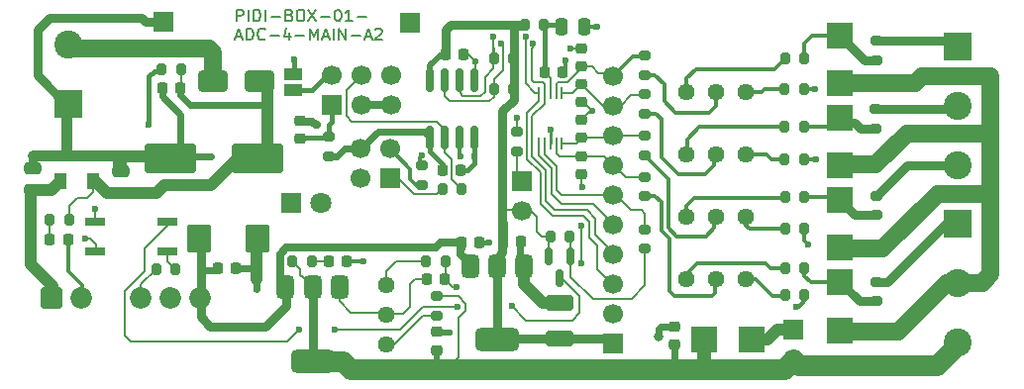
<source format=gbr>
%TF.GenerationSoftware,KiCad,Pcbnew,9.0.6*%
%TF.CreationDate,2025-12-26T20:15:28+00:00*%
%TF.ProjectId,PIDI-BOX-01-ADC-4-MAIN-A2,50494449-2d42-44f5-982d-30312d414443,rev?*%
%TF.SameCoordinates,Original*%
%TF.FileFunction,Copper,L1,Top*%
%TF.FilePolarity,Positive*%
%FSLAX46Y46*%
G04 Gerber Fmt 4.6, Leading zero omitted, Abs format (unit mm)*
G04 Created by KiCad (PCBNEW 9.0.6) date 2025-12-26 20:15:28*
%MOMM*%
%LPD*%
G01*
G04 APERTURE LIST*
G04 Aperture macros list*
%AMRoundRect*
0 Rectangle with rounded corners*
0 $1 Rounding radius*
0 $2 $3 $4 $5 $6 $7 $8 $9 X,Y pos of 4 corners*
0 Add a 4 corners polygon primitive as box body*
4,1,4,$2,$3,$4,$5,$6,$7,$8,$9,$2,$3,0*
0 Add four circle primitives for the rounded corners*
1,1,$1+$1,$2,$3*
1,1,$1+$1,$4,$5*
1,1,$1+$1,$6,$7*
1,1,$1+$1,$8,$9*
0 Add four rect primitives between the rounded corners*
20,1,$1+$1,$2,$3,$4,$5,0*
20,1,$1+$1,$4,$5,$6,$7,0*
20,1,$1+$1,$6,$7,$8,$9,0*
20,1,$1+$1,$8,$9,$2,$3,0*%
G04 Aperture macros list end*
%ADD10C,0.150000*%
%TA.AperFunction,NonConductor*%
%ADD11C,0.150000*%
%TD*%
%TA.AperFunction,SMDPad,CuDef*%
%ADD12RoundRect,0.200000X-0.200000X-0.275000X0.200000X-0.275000X0.200000X0.275000X-0.200000X0.275000X0*%
%TD*%
%TA.AperFunction,SMDPad,CuDef*%
%ADD13RoundRect,0.200000X0.200000X0.275000X-0.200000X0.275000X-0.200000X-0.275000X0.200000X-0.275000X0*%
%TD*%
%TA.AperFunction,SMDPad,CuDef*%
%ADD14R,1.750000X0.650000*%
%TD*%
%TA.AperFunction,SMDPad,CuDef*%
%ADD15R,1.500000X1.000000*%
%TD*%
%TA.AperFunction,SMDPad,CuDef*%
%ADD16RoundRect,0.225000X0.250000X-0.225000X0.250000X0.225000X-0.250000X0.225000X-0.250000X-0.225000X0*%
%TD*%
%TA.AperFunction,SMDPad,CuDef*%
%ADD17RoundRect,0.225000X-0.225000X-0.250000X0.225000X-0.250000X0.225000X0.250000X-0.225000X0.250000X0*%
%TD*%
%TA.AperFunction,SMDPad,CuDef*%
%ADD18RoundRect,0.200000X-0.275000X0.200000X-0.275000X-0.200000X0.275000X-0.200000X0.275000X0.200000X0*%
%TD*%
%TA.AperFunction,SMDPad,CuDef*%
%ADD19RoundRect,0.150000X-0.150000X0.587500X-0.150000X-0.587500X0.150000X-0.587500X0.150000X0.587500X0*%
%TD*%
%TA.AperFunction,SMDPad,CuDef*%
%ADD20R,2.260600X2.209800*%
%TD*%
%TA.AperFunction,SMDPad,CuDef*%
%ADD21RoundRect,0.225000X0.225000X0.250000X-0.225000X0.250000X-0.225000X-0.250000X0.225000X-0.250000X0*%
%TD*%
%TA.AperFunction,SMDPad,CuDef*%
%ADD22R,0.250000X1.100000*%
%TD*%
%TA.AperFunction,ComponentPad*%
%ADD23R,1.800000X1.800000*%
%TD*%
%TA.AperFunction,ComponentPad*%
%ADD24C,1.800000*%
%TD*%
%TA.AperFunction,ComponentPad*%
%ADD25R,1.700000X1.700000*%
%TD*%
%TA.AperFunction,ComponentPad*%
%ADD26C,1.700000*%
%TD*%
%TA.AperFunction,SMDPad,CuDef*%
%ADD27RoundRect,0.200000X0.275000X-0.200000X0.275000X0.200000X-0.275000X0.200000X-0.275000X-0.200000X0*%
%TD*%
%TA.AperFunction,SMDPad,CuDef*%
%ADD28RoundRect,0.225000X-0.250000X0.225000X-0.250000X-0.225000X0.250000X-0.225000X0.250000X0.225000X0*%
%TD*%
%TA.AperFunction,ComponentPad*%
%ADD29R,2.400000X2.400000*%
%TD*%
%TA.AperFunction,ComponentPad*%
%ADD30C,2.400000*%
%TD*%
%TA.AperFunction,SMDPad,CuDef*%
%ADD31RoundRect,0.250000X1.000000X0.650000X-1.000000X0.650000X-1.000000X-0.650000X1.000000X-0.650000X0*%
%TD*%
%TA.AperFunction,SMDPad,CuDef*%
%ADD32RoundRect,0.250000X0.945000X-0.420000X0.945000X0.420000X-0.945000X0.420000X-0.945000X-0.420000X0*%
%TD*%
%TA.AperFunction,SMDPad,CuDef*%
%ADD33RoundRect,0.375000X-0.375000X0.625000X-0.375000X-0.625000X0.375000X-0.625000X0.375000X0.625000X0*%
%TD*%
%TA.AperFunction,SMDPad,CuDef*%
%ADD34RoundRect,0.500000X-1.400000X0.500000X-1.400000X-0.500000X1.400000X-0.500000X1.400000X0.500000X0*%
%TD*%
%TA.AperFunction,SMDPad,CuDef*%
%ADD35RoundRect,0.150000X0.150000X-0.825000X0.150000X0.825000X-0.150000X0.825000X-0.150000X-0.825000X0*%
%TD*%
%TA.AperFunction,SMDPad,CuDef*%
%ADD36RoundRect,0.250000X0.475000X-0.250000X0.475000X0.250000X-0.475000X0.250000X-0.475000X-0.250000X0*%
%TD*%
%TA.AperFunction,ComponentPad*%
%ADD37C,1.440000*%
%TD*%
%TA.AperFunction,ComponentPad*%
%ADD38RoundRect,0.250000X0.675000X-0.675000X0.675000X0.675000X-0.675000X0.675000X-0.675000X-0.675000X0*%
%TD*%
%TA.AperFunction,ComponentPad*%
%ADD39C,1.850000*%
%TD*%
%TA.AperFunction,SMDPad,CuDef*%
%ADD40RoundRect,0.218750X0.218750X0.256250X-0.218750X0.256250X-0.218750X-0.256250X0.218750X-0.256250X0*%
%TD*%
%TA.AperFunction,SMDPad,CuDef*%
%ADD41R,1.000000X1.400000*%
%TD*%
%TA.AperFunction,SMDPad,CuDef*%
%ADD42RoundRect,0.250000X1.950000X1.000000X-1.950000X1.000000X-1.950000X-1.000000X1.950000X-1.000000X0*%
%TD*%
%TA.AperFunction,SMDPad,CuDef*%
%ADD43R,2.209800X2.260600*%
%TD*%
%TA.AperFunction,SMDPad,CuDef*%
%ADD44RoundRect,0.250000X-0.250000X-0.475000X0.250000X-0.475000X0.250000X0.475000X-0.250000X0.475000X0*%
%TD*%
%TA.AperFunction,SMDPad,CuDef*%
%ADD45RoundRect,0.250000X-0.785000X-0.945000X0.785000X-0.945000X0.785000X0.945000X-0.785000X0.945000X0*%
%TD*%
%TA.AperFunction,ViaPad*%
%ADD46C,0.600000*%
%TD*%
%TA.AperFunction,ViaPad*%
%ADD47C,0.800000*%
%TD*%
%TA.AperFunction,Conductor*%
%ADD48C,0.200000*%
%TD*%
%TA.AperFunction,Conductor*%
%ADD49C,1.000000*%
%TD*%
%TA.AperFunction,Conductor*%
%ADD50C,0.600000*%
%TD*%
%TA.AperFunction,Conductor*%
%ADD51C,1.200000*%
%TD*%
%TA.AperFunction,Conductor*%
%ADD52C,0.300000*%
%TD*%
%TA.AperFunction,Conductor*%
%ADD53C,1.500000*%
%TD*%
%TA.AperFunction,Conductor*%
%ADD54C,0.500000*%
%TD*%
%TA.AperFunction,Conductor*%
%ADD55C,0.400000*%
%TD*%
%TA.AperFunction,Conductor*%
%ADD56C,0.250000*%
%TD*%
%TA.AperFunction,Conductor*%
%ADD57C,0.800000*%
%TD*%
%TA.AperFunction,Conductor*%
%ADD58C,0.700000*%
%TD*%
%TA.AperFunction,Conductor*%
%ADD59C,0.900000*%
%TD*%
%TA.AperFunction,Conductor*%
%ADD60C,1.800000*%
%TD*%
G04 APERTURE END LIST*
D10*
D11*
X126336779Y-57684875D02*
X126336779Y-56684875D01*
X126336779Y-56684875D02*
X126717731Y-56684875D01*
X126717731Y-56684875D02*
X126812969Y-56732494D01*
X126812969Y-56732494D02*
X126860588Y-56780113D01*
X126860588Y-56780113D02*
X126908207Y-56875351D01*
X126908207Y-56875351D02*
X126908207Y-57018208D01*
X126908207Y-57018208D02*
X126860588Y-57113446D01*
X126860588Y-57113446D02*
X126812969Y-57161065D01*
X126812969Y-57161065D02*
X126717731Y-57208684D01*
X126717731Y-57208684D02*
X126336779Y-57208684D01*
X127336779Y-57684875D02*
X127336779Y-56684875D01*
X127812969Y-57684875D02*
X127812969Y-56684875D01*
X127812969Y-56684875D02*
X128051064Y-56684875D01*
X128051064Y-56684875D02*
X128193921Y-56732494D01*
X128193921Y-56732494D02*
X128289159Y-56827732D01*
X128289159Y-56827732D02*
X128336778Y-56922970D01*
X128336778Y-56922970D02*
X128384397Y-57113446D01*
X128384397Y-57113446D02*
X128384397Y-57256303D01*
X128384397Y-57256303D02*
X128336778Y-57446779D01*
X128336778Y-57446779D02*
X128289159Y-57542017D01*
X128289159Y-57542017D02*
X128193921Y-57637256D01*
X128193921Y-57637256D02*
X128051064Y-57684875D01*
X128051064Y-57684875D02*
X127812969Y-57684875D01*
X128812969Y-57684875D02*
X128812969Y-56684875D01*
X129289159Y-57303922D02*
X130051064Y-57303922D01*
X130860587Y-57161065D02*
X131003444Y-57208684D01*
X131003444Y-57208684D02*
X131051063Y-57256303D01*
X131051063Y-57256303D02*
X131098682Y-57351541D01*
X131098682Y-57351541D02*
X131098682Y-57494398D01*
X131098682Y-57494398D02*
X131051063Y-57589636D01*
X131051063Y-57589636D02*
X131003444Y-57637256D01*
X131003444Y-57637256D02*
X130908206Y-57684875D01*
X130908206Y-57684875D02*
X130527254Y-57684875D01*
X130527254Y-57684875D02*
X130527254Y-56684875D01*
X130527254Y-56684875D02*
X130860587Y-56684875D01*
X130860587Y-56684875D02*
X130955825Y-56732494D01*
X130955825Y-56732494D02*
X131003444Y-56780113D01*
X131003444Y-56780113D02*
X131051063Y-56875351D01*
X131051063Y-56875351D02*
X131051063Y-56970589D01*
X131051063Y-56970589D02*
X131003444Y-57065827D01*
X131003444Y-57065827D02*
X130955825Y-57113446D01*
X130955825Y-57113446D02*
X130860587Y-57161065D01*
X130860587Y-57161065D02*
X130527254Y-57161065D01*
X131717730Y-56684875D02*
X131908206Y-56684875D01*
X131908206Y-56684875D02*
X132003444Y-56732494D01*
X132003444Y-56732494D02*
X132098682Y-56827732D01*
X132098682Y-56827732D02*
X132146301Y-57018208D01*
X132146301Y-57018208D02*
X132146301Y-57351541D01*
X132146301Y-57351541D02*
X132098682Y-57542017D01*
X132098682Y-57542017D02*
X132003444Y-57637256D01*
X132003444Y-57637256D02*
X131908206Y-57684875D01*
X131908206Y-57684875D02*
X131717730Y-57684875D01*
X131717730Y-57684875D02*
X131622492Y-57637256D01*
X131622492Y-57637256D02*
X131527254Y-57542017D01*
X131527254Y-57542017D02*
X131479635Y-57351541D01*
X131479635Y-57351541D02*
X131479635Y-57018208D01*
X131479635Y-57018208D02*
X131527254Y-56827732D01*
X131527254Y-56827732D02*
X131622492Y-56732494D01*
X131622492Y-56732494D02*
X131717730Y-56684875D01*
X132479635Y-56684875D02*
X133146301Y-57684875D01*
X133146301Y-56684875D02*
X132479635Y-57684875D01*
X133527254Y-57303922D02*
X134289159Y-57303922D01*
X134955825Y-56684875D02*
X135051063Y-56684875D01*
X135051063Y-56684875D02*
X135146301Y-56732494D01*
X135146301Y-56732494D02*
X135193920Y-56780113D01*
X135193920Y-56780113D02*
X135241539Y-56875351D01*
X135241539Y-56875351D02*
X135289158Y-57065827D01*
X135289158Y-57065827D02*
X135289158Y-57303922D01*
X135289158Y-57303922D02*
X135241539Y-57494398D01*
X135241539Y-57494398D02*
X135193920Y-57589636D01*
X135193920Y-57589636D02*
X135146301Y-57637256D01*
X135146301Y-57637256D02*
X135051063Y-57684875D01*
X135051063Y-57684875D02*
X134955825Y-57684875D01*
X134955825Y-57684875D02*
X134860587Y-57637256D01*
X134860587Y-57637256D02*
X134812968Y-57589636D01*
X134812968Y-57589636D02*
X134765349Y-57494398D01*
X134765349Y-57494398D02*
X134717730Y-57303922D01*
X134717730Y-57303922D02*
X134717730Y-57065827D01*
X134717730Y-57065827D02*
X134765349Y-56875351D01*
X134765349Y-56875351D02*
X134812968Y-56780113D01*
X134812968Y-56780113D02*
X134860587Y-56732494D01*
X134860587Y-56732494D02*
X134955825Y-56684875D01*
X136241539Y-57684875D02*
X135670111Y-57684875D01*
X135955825Y-57684875D02*
X135955825Y-56684875D01*
X135955825Y-56684875D02*
X135860587Y-56827732D01*
X135860587Y-56827732D02*
X135765349Y-56922970D01*
X135765349Y-56922970D02*
X135670111Y-56970589D01*
X136670111Y-57303922D02*
X137432016Y-57303922D01*
X126289160Y-59009104D02*
X126765350Y-59009104D01*
X126193922Y-59294819D02*
X126527255Y-58294819D01*
X126527255Y-58294819D02*
X126860588Y-59294819D01*
X127193922Y-59294819D02*
X127193922Y-58294819D01*
X127193922Y-58294819D02*
X127432017Y-58294819D01*
X127432017Y-58294819D02*
X127574874Y-58342438D01*
X127574874Y-58342438D02*
X127670112Y-58437676D01*
X127670112Y-58437676D02*
X127717731Y-58532914D01*
X127717731Y-58532914D02*
X127765350Y-58723390D01*
X127765350Y-58723390D02*
X127765350Y-58866247D01*
X127765350Y-58866247D02*
X127717731Y-59056723D01*
X127717731Y-59056723D02*
X127670112Y-59151961D01*
X127670112Y-59151961D02*
X127574874Y-59247200D01*
X127574874Y-59247200D02*
X127432017Y-59294819D01*
X127432017Y-59294819D02*
X127193922Y-59294819D01*
X128765350Y-59199580D02*
X128717731Y-59247200D01*
X128717731Y-59247200D02*
X128574874Y-59294819D01*
X128574874Y-59294819D02*
X128479636Y-59294819D01*
X128479636Y-59294819D02*
X128336779Y-59247200D01*
X128336779Y-59247200D02*
X128241541Y-59151961D01*
X128241541Y-59151961D02*
X128193922Y-59056723D01*
X128193922Y-59056723D02*
X128146303Y-58866247D01*
X128146303Y-58866247D02*
X128146303Y-58723390D01*
X128146303Y-58723390D02*
X128193922Y-58532914D01*
X128193922Y-58532914D02*
X128241541Y-58437676D01*
X128241541Y-58437676D02*
X128336779Y-58342438D01*
X128336779Y-58342438D02*
X128479636Y-58294819D01*
X128479636Y-58294819D02*
X128574874Y-58294819D01*
X128574874Y-58294819D02*
X128717731Y-58342438D01*
X128717731Y-58342438D02*
X128765350Y-58390057D01*
X129193922Y-58913866D02*
X129955827Y-58913866D01*
X130860588Y-58628152D02*
X130860588Y-59294819D01*
X130622493Y-58247200D02*
X130384398Y-58961485D01*
X130384398Y-58961485D02*
X131003445Y-58961485D01*
X131384398Y-58913866D02*
X132146303Y-58913866D01*
X132622493Y-59294819D02*
X132622493Y-58294819D01*
X132622493Y-58294819D02*
X132955826Y-59009104D01*
X132955826Y-59009104D02*
X133289159Y-58294819D01*
X133289159Y-58294819D02*
X133289159Y-59294819D01*
X133717731Y-59009104D02*
X134193921Y-59009104D01*
X133622493Y-59294819D02*
X133955826Y-58294819D01*
X133955826Y-58294819D02*
X134289159Y-59294819D01*
X134622493Y-59294819D02*
X134622493Y-58294819D01*
X135098683Y-59294819D02*
X135098683Y-58294819D01*
X135098683Y-58294819D02*
X135670111Y-59294819D01*
X135670111Y-59294819D02*
X135670111Y-58294819D01*
X136146302Y-58913866D02*
X136908207Y-58913866D01*
X137336778Y-59009104D02*
X137812968Y-59009104D01*
X137241540Y-59294819D02*
X137574873Y-58294819D01*
X137574873Y-58294819D02*
X137908206Y-59294819D01*
X138193921Y-58390057D02*
X138241540Y-58342438D01*
X138241540Y-58342438D02*
X138336778Y-58294819D01*
X138336778Y-58294819D02*
X138574873Y-58294819D01*
X138574873Y-58294819D02*
X138670111Y-58342438D01*
X138670111Y-58342438D02*
X138717730Y-58390057D01*
X138717730Y-58390057D02*
X138765349Y-58485295D01*
X138765349Y-58485295D02*
X138765349Y-58580533D01*
X138765349Y-58580533D02*
X138717730Y-58723390D01*
X138717730Y-58723390D02*
X138146302Y-59294819D01*
X138146302Y-59294819D02*
X138765349Y-59294819D01*
D12*
%TO.P,R31,1*%
%TO.N,+3V3*%
X153149800Y-76073000D03*
%TO.P,R31,2*%
%TO.N,Net-(Q1-B)*%
X154799800Y-76073000D03*
%TD*%
D13*
%TO.P,R20,1*%
%TO.N,Net-(CR2-Pad1)*%
X174865800Y-60883800D03*
%TO.P,R20,2*%
%TO.N,Net-(R20-Pad2)*%
X173215800Y-60883800D03*
%TD*%
D14*
%TO.P,IC1,1*%
%TO.N,Net-(IC1-Pad1)*%
X120423000Y-77368400D03*
%TO.P,IC1,2*%
%TO.N,Net-(Q1-C)*%
X120423000Y-74828400D03*
%TO.P,IC1,3,E*%
%TO.N,Net-(IC1-E)*%
X114273000Y-74828400D03*
%TO.P,IC1,4,C*%
%TO.N,Net-(IC1-C)*%
X114273000Y-77368400D03*
%TD*%
D15*
%TO.P,JP1,1,A*%
%TO.N,Net-(IC1-C)*%
X131216400Y-62240400D03*
%TO.P,JP1,2,B*%
%TO.N,Net-(J2-Pin_2)*%
X131216400Y-63540400D03*
%TD*%
D16*
%TO.P,C15,1*%
%TO.N,AIN3*%
X155829000Y-61582600D03*
%TO.P,C15,2*%
%TO.N,GND*%
X155829000Y-60032600D03*
%TD*%
D17*
%TO.P,C3,1*%
%TO.N,+3V3*%
X149085000Y-76504800D03*
%TO.P,C3,2*%
%TO.N,GND*%
X150635000Y-76504800D03*
%TD*%
%TO.P,C8,1*%
%TO.N,Net-(U3-ADJ)*%
X142582600Y-79705200D03*
%TO.P,C8,2*%
%TO.N,GND*%
X144132600Y-79705200D03*
%TD*%
D13*
%TO.P,R22,1*%
%TO.N,Net-(CR4-Pad1)*%
X174879000Y-72745600D03*
%TO.P,R22,2*%
%TO.N,Net-(R22-Pad2)*%
X173229000Y-72745600D03*
%TD*%
D18*
%TO.P,R3,1*%
%TO.N,Net-(J2-Pin_6)*%
X142200000Y-70025000D03*
%TO.P,R3,2*%
%TO.N,Net-(J3-Pin_3)*%
X142200000Y-71675000D03*
%TD*%
D19*
%TO.P,Q1,1,B*%
%TO.N,Net-(Q1-B)*%
X154924800Y-77827900D03*
%TO.P,Q1,2,E*%
%TO.N,+3V3*%
X153024800Y-77827900D03*
%TO.P,Q1,3,C*%
%TO.N,Net-(Q1-C)*%
X153974800Y-79702900D03*
%TD*%
D20*
%TO.P,CR3,1,1*%
%TO.N,Net-(CR3-Pad1)*%
X177901600Y-65925700D03*
%TO.P,CR3,2,2*%
%TO.N,GND*%
X177901600Y-70015100D03*
%TD*%
D21*
%TO.P,C21,1*%
%TO.N,+12V*%
X121525000Y-63425600D03*
%TO.P,C21,2*%
%TO.N,Net-(D2-K)*%
X119975000Y-63425600D03*
%TD*%
D22*
%TO.P,U4,1,ADDR*%
%TO.N,ADDR*%
X152162000Y-68113800D03*
%TO.P,U4,2,ALERT/RDY*%
%TO.N,RDY*%
X152662000Y-68113800D03*
%TO.P,U4,3,GND*%
%TO.N,GND*%
X153162000Y-68113800D03*
%TO.P,U4,4,AIN0*%
%TO.N,AIN0*%
X153662000Y-68113800D03*
%TO.P,U4,5,AIN1*%
%TO.N,AIN1*%
X154162000Y-68113800D03*
%TO.P,U4,6,AIN2*%
%TO.N,AIN2*%
X154162000Y-63813800D03*
%TO.P,U4,7,AIN3*%
%TO.N,AIN3*%
X153662000Y-63813800D03*
%TO.P,U4,8,VDD*%
%TO.N,Net-(U4-VDD)*%
X153162000Y-63813800D03*
%TO.P,U4,9,SDA*%
%TO.N,SDA2*%
X152662000Y-63813800D03*
%TO.P,U4,10,SCL*%
%TO.N,SCL2*%
X152162000Y-63813800D03*
%TD*%
D23*
%TO.P,D3,1,K*%
%TO.N,Net-(D2-K)*%
X131030000Y-73200000D03*
D24*
%TO.P,D3,2,A*%
%TO.N,Net-(D3-A)*%
X133570000Y-73200000D03*
%TD*%
D12*
%TO.P,R7,1*%
%TO.N,SCL2*%
X148349200Y-60833000D03*
%TO.P,R7,2*%
%TO.N,+3V3*%
X149999200Y-60833000D03*
%TD*%
D18*
%TO.P,R5,1*%
%TO.N,+4-7Vext*%
X143459200Y-81217000D03*
%TO.P,R5,2*%
%TO.N,Net-(R5-Pad2)*%
X143459200Y-82867000D03*
%TD*%
D25*
%TO.P,J10,1,Pin_1*%
%TO.N,Net-(D2-K)*%
X120075000Y-57750000D03*
%TD*%
%TO.P,J1,1,Pin_1*%
%TO.N,+3V3*%
X158521400Y-85217000D03*
D26*
%TO.P,J1,2,Pin_2*%
%TO.N,GND*%
X158521400Y-82677000D03*
%TO.P,J1,3,Pin_3*%
%TO.N,SCL2*%
X158521400Y-80137000D03*
%TO.P,J1,4,Pin_4*%
%TO.N,SDA2*%
X158521400Y-77597000D03*
%TO.P,J1,5,Pin_5*%
%TO.N,ADDR*%
X158521400Y-75057000D03*
%TO.P,J1,6,Pin_6*%
%TO.N,RDY*%
X158521400Y-72517000D03*
%TO.P,J1,7,Pin_7*%
%TO.N,AIN0*%
X158521400Y-69977000D03*
%TO.P,J1,8,Pin_8*%
%TO.N,AIN1*%
X158521400Y-67437000D03*
%TO.P,J1,9,Pin_9*%
%TO.N,AIN2*%
X158521400Y-64897000D03*
%TO.P,J1,10,Pin_10*%
%TO.N,AIN3*%
X158521400Y-62357000D03*
%TD*%
D20*
%TO.P,CR4,1,1*%
%TO.N,Net-(CR4-Pad1)*%
X177901600Y-72961500D03*
%TO.P,CR4,2,2*%
%TO.N,GND*%
X177901600Y-77050900D03*
%TD*%
D16*
%TO.P,C6,1*%
%TO.N,+4-7Vext*%
X143459200Y-85814200D03*
%TO.P,C6,2*%
%TO.N,GND*%
X143459200Y-84264200D03*
%TD*%
D27*
%TO.P,R11,1*%
%TO.N,Net-(R11-Pad1)*%
X161239200Y-62293000D03*
%TO.P,R11,2*%
%TO.N,AIN3*%
X161239200Y-60643000D03*
%TD*%
D12*
%TO.P,R19,1*%
%TO.N,Net-(D2-A)*%
X110375000Y-74700000D03*
%TO.P,R19,2*%
%TO.N,+12V*%
X112025000Y-74700000D03*
%TD*%
D17*
%TO.P,C13,1*%
%TO.N,Net-(U4-VDD)*%
X152666400Y-62026800D03*
%TO.P,C13,2*%
%TO.N,GND*%
X154216400Y-62026800D03*
%TD*%
D28*
%TO.P,C16,1*%
%TO.N,AIN2*%
X155829000Y-63055200D03*
%TO.P,C16,2*%
%TO.N,GND*%
X155829000Y-64605200D03*
%TD*%
D27*
%TO.P,R13,1*%
%TO.N,Net-(R13-Pad1)*%
X161239200Y-69151000D03*
%TO.P,R13,2*%
%TO.N,AIN1*%
X161239200Y-67501000D03*
%TD*%
D29*
%TO.P,J6,1,1*%
%TO.N,Net-(J6-Pad1)*%
X187960000Y-59817000D03*
D30*
%TO.P,J6,2,2*%
%TO.N,Net-(J6-Pad2)*%
X187960000Y-64897000D03*
%TO.P,J6,3,3*%
%TO.N,Net-(J6-Pad3)*%
X187960000Y-69977000D03*
%TD*%
D12*
%TO.P,R15,1*%
%TO.N,Net-(R15-Pad1)*%
X173190400Y-63500000D03*
%TO.P,R15,2*%
%TO.N,GND*%
X174840400Y-63500000D03*
%TD*%
D18*
%TO.P,R27,1*%
%TO.N,Net-(J7-Pad1)*%
X181025800Y-79997800D03*
%TO.P,R27,2*%
%TO.N,Net-(CR5-Pad1)*%
X181025800Y-81647800D03*
%TD*%
D16*
%TO.P,C9,1*%
%TO.N,+4-7Vext*%
X163775000Y-85350000D03*
%TO.P,C9,2*%
%TO.N,GND*%
X163775000Y-83800000D03*
%TD*%
D20*
%TO.P,CR2,1,1*%
%TO.N,Net-(CR2-Pad1)*%
X177901600Y-58877200D03*
%TO.P,CR2,2,2*%
%TO.N,GND*%
X177901600Y-62966600D03*
%TD*%
D17*
%TO.P,C5,1*%
%TO.N,Net-(J3-Pin_2)*%
X143975000Y-70450000D03*
%TO.P,C5,2*%
%TO.N,Net-(IC1-E)*%
X145525000Y-70450000D03*
%TD*%
D31*
%TO.P,D4,1,K*%
%TO.N,+12V*%
X128300000Y-62800000D03*
%TO.P,D4,2,A*%
%TO.N,Net-(D4-A)*%
X124300000Y-62800000D03*
%TD*%
D32*
%TO.P,C2,1*%
%TO.N,+3V3*%
X153924000Y-84852000D03*
%TO.P,C2,2*%
%TO.N,GND*%
X153924000Y-81772000D03*
%TD*%
D29*
%TO.P,J7,1,1*%
%TO.N,Net-(J7-Pad1)*%
X187960000Y-75006200D03*
D30*
%TO.P,J7,2,2*%
%TO.N,GND*%
X187960000Y-80086200D03*
%TO.P,J7,3,3*%
%TO.N,+4-7Vext*%
X187960000Y-85166200D03*
%TD*%
D33*
%TO.P,U3,1,ADJ*%
%TO.N,Net-(U3-ADJ)*%
X135137500Y-80450000D03*
%TO.P,U3,2,VO*%
%TO.N,+4-7Vext*%
X132837500Y-80450000D03*
D34*
X132837500Y-86750000D03*
D33*
%TO.P,U3,3,VI*%
%TO.N,+9V*%
X130537500Y-80450000D03*
%TD*%
D35*
%TO.P,U2,1,VDD1*%
%TO.N,Net-(J3-Pin_2)*%
X142889200Y-67651400D03*
%TO.P,U2,2,SDA1*%
%TO.N,Net-(J2-Pin_4)*%
X144159200Y-67651400D03*
%TO.P,U2,3,SCL1*%
%TO.N,Net-(J2-Pin_6)*%
X145429200Y-67651400D03*
%TO.P,U2,4,GND1*%
%TO.N,Net-(IC1-E)*%
X146699200Y-67651400D03*
%TO.P,U2,5,GND2*%
%TO.N,GND*%
X146699200Y-62701400D03*
%TO.P,U2,6,SCL2*%
%TO.N,SCL2*%
X145429200Y-62701400D03*
%TO.P,U2,7,SDA2*%
%TO.N,SDA2*%
X144159200Y-62701400D03*
%TO.P,U2,8,VDD2*%
%TO.N,+3V3*%
X142889200Y-62701400D03*
%TD*%
D12*
%TO.P,R16,1*%
%TO.N,Net-(R16-Pad1)*%
X173190400Y-69494400D03*
%TO.P,R16,2*%
%TO.N,GND*%
X174840400Y-69494400D03*
%TD*%
D27*
%TO.P,R14,1*%
%TO.N,Net-(R14-Pad1)*%
X161239200Y-72656200D03*
%TO.P,R14,2*%
%TO.N,AIN0*%
X161239200Y-71006200D03*
%TD*%
D25*
%TO.P,J3,1,Pin_1*%
%TO.N,Net-(J3-Pin_1)*%
X139500000Y-71150000D03*
D26*
%TO.P,J3,2,Pin_2*%
%TO.N,Net-(J3-Pin_2)*%
X136960000Y-71150000D03*
%TO.P,J3,3,Pin_3*%
%TO.N,Net-(J3-Pin_3)*%
X139500000Y-68610000D03*
%TO.P,J3,4,Pin_4*%
%TO.N,Net-(J3-Pin_2)*%
X136960000Y-68610000D03*
%TD*%
D29*
%TO.P,J8,1,1*%
%TO.N,Net-(D2-K)*%
X111988600Y-64770000D03*
D30*
%TO.P,J8,2,2*%
%TO.N,Net-(D4-A)*%
X111988600Y-59690000D03*
%TD*%
D36*
%TO.P,C19,1*%
%TO.N,+12V*%
X116450000Y-72400000D03*
%TO.P,C19,2*%
%TO.N,Net-(D2-K)*%
X116450000Y-70500000D03*
%TD*%
D27*
%TO.P,R1,1*%
%TO.N,Net-(J3-Pin_2)*%
X134188200Y-69227200D03*
%TO.P,R1,2*%
%TO.N,/+5V I2C BUS*%
X134188200Y-67577200D03*
%TD*%
D16*
%TO.P,C1,1*%
%TO.N,/+5V I2C BUS*%
X131800600Y-67754800D03*
%TO.P,C1,2*%
%TO.N,Net-(IC1-E)*%
X131800600Y-66204800D03*
%TD*%
D25*
%TO.P,J9,1,Pin_1*%
%TO.N,GND*%
X141150000Y-57800000D03*
%TD*%
D37*
%TO.P,RV1,1,1*%
%TO.N,Net-(R6-Pad1)*%
X139136200Y-80213200D03*
%TO.P,RV1,2,2*%
%TO.N,Net-(U3-ADJ)*%
X139136200Y-82753200D03*
%TO.P,RV1,3,3*%
%TO.N,Net-(R5-Pad2)*%
X139136200Y-85293200D03*
%TD*%
D25*
%TO.P,J5,1,Pin_1*%
%TO.N,Net-(J5-Pin_1)*%
X150749000Y-71369000D03*
D26*
%TO.P,J5,2,Pin_2*%
%TO.N,+3V3*%
X150749000Y-73909000D03*
%TD*%
D37*
%TO.P,RV3,1,1*%
%TO.N,Net-(R21-Pad2)*%
X164820000Y-69100000D03*
%TO.P,RV3,2,2*%
%TO.N,Net-(R12-Pad1)*%
X167360000Y-69100000D03*
%TO.P,RV3,3,3*%
%TO.N,Net-(R16-Pad1)*%
X169900000Y-69100000D03*
%TD*%
D12*
%TO.P,R28,1*%
%TO.N,Net-(D3-A)*%
X119925000Y-61800000D03*
%TO.P,R28,2*%
%TO.N,+12V*%
X121575000Y-61800000D03*
%TD*%
D13*
%TO.P,R4,1*%
%TO.N,Net-(D1-A)*%
X132752600Y-78232000D03*
%TO.P,R4,2*%
%TO.N,+4-7Vext*%
X131102600Y-78232000D03*
%TD*%
D18*
%TO.P,R26,1*%
%TO.N,Net-(J6-Pad3)*%
X181025800Y-72606400D03*
%TO.P,R26,2*%
%TO.N,Net-(CR4-Pad1)*%
X181025800Y-74256400D03*
%TD*%
D13*
%TO.P,R10,1*%
%TO.N,Net-(U4-VDD)*%
X152615400Y-57988200D03*
%TO.P,R10,2*%
%TO.N,+3V3*%
X150965400Y-57988200D03*
%TD*%
D38*
%TO.P,PS1,1,+Vin*%
%TO.N,Net-(PS1-+Vin)*%
X110550800Y-81385600D03*
D39*
%TO.P,PS1,2,-Vin*%
%TO.N,Net-(D2-K)*%
X113090800Y-81385600D03*
%TO.P,PS1,4,-Vout*%
%TO.N,GND*%
X118170800Y-81385600D03*
%TO.P,PS1,5,0V*%
%TO.N,unconnected-(PS1-0V-Pad5)*%
X120710800Y-81385600D03*
%TO.P,PS1,6,+Vout*%
%TO.N,+9V*%
X123250800Y-81385600D03*
%TD*%
D13*
%TO.P,R21,1*%
%TO.N,Net-(CR3-Pad1)*%
X174853600Y-66725800D03*
%TO.P,R21,2*%
%TO.N,Net-(R21-Pad2)*%
X173203600Y-66725800D03*
%TD*%
D40*
%TO.P,D1,1,K*%
%TO.N,GND*%
X135763100Y-78232000D03*
%TO.P,D1,2,A*%
%TO.N,Net-(D1-A)*%
X134188100Y-78232000D03*
%TD*%
%TO.P,D2,1,K*%
%TO.N,Net-(D2-K)*%
X111936700Y-76351000D03*
%TO.P,D2,2,A*%
%TO.N,Net-(D2-A)*%
X110361700Y-76351000D03*
%TD*%
D12*
%TO.P,R29,1*%
%TO.N,GND*%
X119469400Y-78892400D03*
%TO.P,R29,2*%
%TO.N,Net-(IC1-Pad1)*%
X121119400Y-78892400D03*
%TD*%
D33*
%TO.P,U1,1,GND*%
%TO.N,GND*%
X150904000Y-78638400D03*
%TO.P,U1,2,VO*%
%TO.N,+3V3*%
X148604000Y-78638400D03*
D34*
X148604000Y-84938400D03*
D33*
%TO.P,U1,3,VI*%
%TO.N,+9V*%
X146304000Y-78638400D03*
%TD*%
D41*
%TO.P,L1,1,1*%
%TO.N,+12V*%
X114075000Y-71400000D03*
%TO.P,L1,2,2*%
%TO.N,Net-(PS1-+Vin)*%
X111275000Y-71400000D03*
%TD*%
D42*
%TO.P,C20,1*%
%TO.N,+12V*%
X128100000Y-69375000D03*
%TO.P,C20,2*%
%TO.N,Net-(D2-K)*%
X120700000Y-69375000D03*
%TD*%
D12*
%TO.P,R6,1*%
%TO.N,Net-(R6-Pad1)*%
X142532600Y-78181200D03*
%TO.P,R6,2*%
%TO.N,GND*%
X144182600Y-78181200D03*
%TD*%
D43*
%TO.P,CR1,1,1*%
%TO.N,GND*%
X170369700Y-84875000D03*
%TO.P,CR1,2,2*%
%TO.N,+4-7Vext*%
X166280300Y-84875000D03*
%TD*%
D17*
%TO.P,C4,1*%
%TO.N,+9V*%
X145529000Y-76581000D03*
%TO.P,C4,2*%
%TO.N,GND*%
X147079000Y-76581000D03*
%TD*%
D27*
%TO.P,R9,1*%
%TO.N,Net-(J5-Pin_1)*%
X150317200Y-68820800D03*
%TO.P,R9,2*%
%TO.N,GND*%
X150317200Y-67170800D03*
%TD*%
%TO.P,R12,1*%
%TO.N,Net-(R12-Pad1)*%
X161239200Y-65569600D03*
%TO.P,R12,2*%
%TO.N,AIN2*%
X161239200Y-63919600D03*
%TD*%
D12*
%TO.P,R18,1*%
%TO.N,Net-(R18-Pad1)*%
X173215800Y-81102200D03*
%TO.P,R18,2*%
%TO.N,GND*%
X174865800Y-81102200D03*
%TD*%
D44*
%TO.P,C12,1*%
%TO.N,Net-(U4-VDD)*%
X154142400Y-58166000D03*
%TO.P,C12,2*%
%TO.N,GND*%
X156042400Y-58166000D03*
%TD*%
D37*
%TO.P,RV4,1,1*%
%TO.N,Net-(R22-Pad2)*%
X164820000Y-74425000D03*
%TO.P,RV4,2,2*%
%TO.N,Net-(R13-Pad1)*%
X167360000Y-74425000D03*
%TO.P,RV4,3,3*%
%TO.N,Net-(R17-Pad1)*%
X169900000Y-74425000D03*
%TD*%
D20*
%TO.P,CR5,1,1*%
%TO.N,Net-(CR5-Pad1)*%
X177952400Y-80022700D03*
%TO.P,CR5,2,2*%
%TO.N,GND*%
X177952400Y-84112100D03*
%TD*%
D25*
%TO.P,J2,1,Pin_1*%
%TO.N,/+5V I2C BUS*%
X134467600Y-64846200D03*
D26*
%TO.P,J2,2,Pin_2*%
%TO.N,Net-(J2-Pin_2)*%
X134467600Y-62306200D03*
%TO.P,J2,3,Pin_3*%
%TO.N,Net-(IC1-E)*%
X137007600Y-64846200D03*
%TO.P,J2,4,Pin_4*%
%TO.N,Net-(J2-Pin_4)*%
X137007600Y-62306200D03*
%TO.P,J2,5,Pin_5*%
%TO.N,Net-(IC1-E)*%
X139547600Y-64846200D03*
%TO.P,J2,6,Pin_6*%
%TO.N,Net-(J2-Pin_6)*%
X139547600Y-62306200D03*
%TD*%
D18*
%TO.P,R24,1*%
%TO.N,Net-(J6-Pad1)*%
X181025800Y-59360800D03*
%TO.P,R24,2*%
%TO.N,Net-(CR2-Pad1)*%
X181025800Y-61010800D03*
%TD*%
%TO.P,R25,1*%
%TO.N,Net-(J6-Pad2)*%
X180924200Y-65215000D03*
%TO.P,R25,2*%
%TO.N,Net-(CR3-Pad1)*%
X180924200Y-66865000D03*
%TD*%
D16*
%TO.P,C17,1*%
%TO.N,AIN1*%
X155829000Y-67653200D03*
%TO.P,C17,2*%
%TO.N,GND*%
X155829000Y-66103200D03*
%TD*%
D17*
%TO.P,C7,1*%
%TO.N,+3V3*%
X144195200Y-60528200D03*
%TO.P,C7,2*%
%TO.N,GND*%
X145745200Y-60528200D03*
%TD*%
D12*
%TO.P,R17,1*%
%TO.N,Net-(R17-Pad1)*%
X173229000Y-75438000D03*
%TO.P,R17,2*%
%TO.N,GND*%
X174879000Y-75438000D03*
%TD*%
D37*
%TO.P,RV5,1,1*%
%TO.N,Net-(R23-Pad2)*%
X164820000Y-79750000D03*
%TO.P,RV5,2,2*%
%TO.N,Net-(R14-Pad1)*%
X167360000Y-79750000D03*
%TO.P,RV5,3,3*%
%TO.N,Net-(R18-Pad1)*%
X169900000Y-79750000D03*
%TD*%
D28*
%TO.P,C18,1*%
%TO.N,AIN0*%
X155803600Y-69214400D03*
%TO.P,C18,2*%
%TO.N,GND*%
X155803600Y-70764400D03*
%TD*%
D45*
%TO.P,C10,1*%
%TO.N,+9V*%
X123158400Y-76250800D03*
%TO.P,C10,2*%
%TO.N,GND*%
X128098400Y-76250800D03*
%TD*%
D36*
%TO.P,C14,1*%
%TO.N,Net-(PS1-+Vin)*%
X108939200Y-72139600D03*
%TO.P,C14,2*%
%TO.N,Net-(D2-K)*%
X108939200Y-70239600D03*
%TD*%
D12*
%TO.P,R8,1*%
%TO.N,SDA2*%
X148362400Y-63474600D03*
%TO.P,R8,2*%
%TO.N,+3V3*%
X150012400Y-63474600D03*
%TD*%
D25*
%TO.P,J4,1,Pin_1*%
%TO.N,GND*%
X173939200Y-84099400D03*
D26*
%TO.P,J4,2,Pin_2*%
%TO.N,+4-7Vext*%
X173939200Y-86639400D03*
%TD*%
D27*
%TO.P,R30,1*%
%TO.N,Net-(Q1-B)*%
X161264600Y-77126600D03*
%TO.P,R30,2*%
%TO.N,RDY*%
X161264600Y-75476600D03*
%TD*%
D17*
%TO.P,C11,1*%
%TO.N,+9V*%
X124751800Y-78841600D03*
%TO.P,C11,2*%
%TO.N,GND*%
X126301800Y-78841600D03*
%TD*%
D13*
%TO.P,R23,1*%
%TO.N,Net-(CR5-Pad1)*%
X174904400Y-78790800D03*
%TO.P,R23,2*%
%TO.N,Net-(R23-Pad2)*%
X173254400Y-78790800D03*
%TD*%
%TO.P,R2,1*%
%TO.N,Net-(J2-Pin_4)*%
X145575000Y-72000000D03*
%TO.P,R2,2*%
%TO.N,Net-(J3-Pin_1)*%
X143925000Y-72000000D03*
%TD*%
D37*
%TO.P,RV2,1,1*%
%TO.N,Net-(R20-Pad2)*%
X164810000Y-63750000D03*
%TO.P,RV2,2,2*%
%TO.N,Net-(R11-Pad1)*%
X167350000Y-63750000D03*
%TO.P,RV2,3,3*%
%TO.N,Net-(R15-Pad1)*%
X169890000Y-63750000D03*
%TD*%
D46*
%TO.N,GND*%
X155905200Y-71831200D03*
X151688800Y-80924400D03*
D47*
X162407600Y-84683600D03*
D46*
X174218600Y-82092800D03*
X175920400Y-69494400D03*
X154914600Y-59994800D03*
X128066800Y-80619600D03*
X137160000Y-78181200D03*
X175768000Y-63500000D03*
X128066800Y-79806800D03*
X153162000Y-66954400D03*
X146735800Y-61137800D03*
X147904200Y-76581000D03*
X128050000Y-79044800D03*
X150342600Y-65963800D03*
X156718000Y-65328800D03*
X157149800Y-58191400D03*
X151180800Y-80416400D03*
X144526000Y-84277200D03*
X150585200Y-77266800D03*
X175234600Y-76784200D03*
X145135600Y-80416400D03*
X154432000Y-61061600D03*
%TO.N,Net-(IC1-E)*%
X114225000Y-73750000D03*
X146650000Y-69250000D03*
X133172200Y-66550000D03*
%TO.N,Net-(D2-K)*%
X124155200Y-69265800D03*
%TO.N,Net-(J2-Pin_6)*%
X145450000Y-69250000D03*
X142184000Y-69189600D03*
%TO.N,SCL2*%
X148310600Y-58978800D03*
X151053800Y-58978800D03*
%TO.N,Net-(IC1-C)*%
X113385600Y-76301600D03*
X131267200Y-60909200D03*
%TO.N,SDA2*%
X148996400Y-59588400D03*
X151688800Y-59588400D03*
%TO.N,Net-(D3-A)*%
X118850000Y-66500000D03*
%TO.N,Net-(Q1-C)*%
X149885400Y-82067400D03*
X131673600Y-84074000D03*
X145237200Y-82092800D03*
X134721600Y-84023200D03*
%TO.N,Net-(JP3-C)*%
X155829000Y-78384400D03*
X155829000Y-75133200D03*
%TD*%
D48*
%TO.N,Net-(D2-A)*%
X110361700Y-76351000D02*
X110361700Y-74713300D01*
X110361700Y-74713300D02*
X110375000Y-74700000D01*
%TO.N,+12V*%
X114200000Y-71850000D02*
X114250800Y-71900800D01*
X114075000Y-72300000D02*
X114075000Y-71400000D01*
D49*
X116450000Y-72400000D02*
X119500000Y-72400000D01*
D48*
X114200000Y-71525000D02*
X114200000Y-71850000D01*
X121575000Y-61800000D02*
X121575000Y-63375600D01*
D49*
X114250000Y-71400000D02*
X115250000Y-72400000D01*
X115250000Y-72400000D02*
X116450000Y-72400000D01*
X126584200Y-69265800D02*
X127812800Y-69265800D01*
D48*
X112725000Y-72775000D02*
X113600000Y-72775000D01*
D50*
X128950000Y-64800000D02*
X128929200Y-64820800D01*
D49*
X114075000Y-71400000D02*
X114250000Y-71400000D01*
D48*
X121575000Y-63375600D02*
X121525000Y-63425600D01*
D49*
X128871200Y-69265800D02*
X128950000Y-69187000D01*
D50*
X128929200Y-64820800D02*
X122370800Y-64820800D01*
D49*
X120170400Y-71729600D02*
X124120400Y-71729600D01*
D51*
X127812800Y-69265800D02*
X128871200Y-69265800D01*
D48*
X112025000Y-74700000D02*
X112025000Y-73475000D01*
D49*
X128950000Y-69187000D02*
X128950000Y-63450000D01*
D50*
X121525000Y-63975000D02*
X121525000Y-63425600D01*
X122370800Y-64820800D02*
X121525000Y-63975000D01*
D49*
X119500000Y-72400000D02*
X120170400Y-71729600D01*
D48*
X113600000Y-72775000D02*
X114075000Y-72300000D01*
D49*
X128950000Y-63450000D02*
X128300000Y-62800000D01*
X124120400Y-71729600D02*
X126584200Y-69265800D01*
D48*
X114075000Y-71400000D02*
X114200000Y-71525000D01*
X112025000Y-73475000D02*
X112725000Y-72775000D01*
X112050000Y-74675000D02*
X112025000Y-74700000D01*
D50*
%TO.N,GND*%
X162625000Y-83800000D02*
X163775000Y-83800000D01*
X147028200Y-76504800D02*
X146926600Y-76606400D01*
D52*
X154432000Y-61811200D02*
X154216400Y-62026800D01*
D50*
X150585200Y-78319600D02*
X150585200Y-77266800D01*
D49*
X172542200Y-84099400D02*
X173939200Y-84099400D01*
D48*
X146126200Y-60528200D02*
X146735800Y-61137800D01*
D52*
X177952400Y-70065900D02*
X177952400Y-70472300D01*
D49*
X170394700Y-84500000D02*
X170394700Y-84850000D01*
D53*
X181559200Y-77139800D02*
X186258200Y-72440800D01*
X190779400Y-67259200D02*
X183692800Y-67259200D01*
D49*
X150904000Y-78638400D02*
X150825900Y-78560300D01*
D48*
X146735800Y-61137800D02*
X146735800Y-62664800D01*
X146699200Y-61926400D02*
X146699200Y-62701400D01*
D50*
X128050000Y-79044800D02*
X128050000Y-79762400D01*
D49*
X170394700Y-84850000D02*
X170369700Y-84875000D01*
D53*
X181000400Y-69951600D02*
X177965100Y-69951600D01*
D52*
X174865800Y-81647800D02*
X174865800Y-81102200D01*
D48*
X144843800Y-80416400D02*
X145135600Y-80416400D01*
D54*
X144526000Y-84277200D02*
X144475200Y-84328000D01*
D53*
X178066700Y-84226400D02*
X182905400Y-84226400D01*
D49*
X150904000Y-80139600D02*
X150904000Y-78638400D01*
D48*
X144182600Y-78181200D02*
X144182600Y-79655200D01*
D53*
X184937400Y-62407800D02*
X190779400Y-62407800D01*
D50*
X128066800Y-79061600D02*
X128050000Y-79044800D01*
D52*
X157099000Y-58242200D02*
X156946600Y-58242200D01*
X174840400Y-63500000D02*
X175768000Y-63500000D01*
X175234600Y-76784200D02*
X174879000Y-76428600D01*
D48*
X150317200Y-66014600D02*
X150317200Y-67170800D01*
D53*
X182905400Y-84226400D02*
X187071000Y-80060800D01*
D48*
X155829000Y-64605200D02*
X155994400Y-64605200D01*
D49*
X153908000Y-81788000D02*
X153924000Y-81772000D01*
D53*
X188239400Y-80060800D02*
X190068200Y-80060800D01*
X188137800Y-80162400D02*
X188239400Y-80060800D01*
X190779400Y-67259200D02*
X190779400Y-72440800D01*
D49*
X151688800Y-80924400D02*
X152552400Y-81788000D01*
D48*
X150342600Y-65963800D02*
X150368000Y-65963800D01*
D49*
X128050000Y-79762400D02*
X128050000Y-76299200D01*
D48*
X154952400Y-60032600D02*
X155829000Y-60032600D01*
X145745200Y-60528200D02*
X146126200Y-60528200D01*
D53*
X187071000Y-80060800D02*
X188036200Y-80060800D01*
D52*
X174420800Y-82092800D02*
X174865800Y-81647800D01*
D53*
X190804800Y-79324200D02*
X190804800Y-72466200D01*
X177965100Y-69951600D02*
X177901600Y-70015100D01*
D55*
X147904200Y-76581000D02*
X147079000Y-76581000D01*
D52*
X156870400Y-58166000D02*
X155966200Y-58166000D01*
D54*
X144475200Y-84328000D02*
X143459200Y-84328000D01*
D48*
X118170800Y-80191000D02*
X118170800Y-81385600D01*
X156718000Y-65328800D02*
X156603400Y-65328800D01*
D52*
X174879000Y-76428600D02*
X174879000Y-75438000D01*
D53*
X177952400Y-84112100D02*
X178066700Y-84226400D01*
D52*
X177368200Y-63500000D02*
X177901600Y-62966600D01*
X154432000Y-61061600D02*
X154432000Y-61811200D01*
X137160000Y-78181200D02*
X135813900Y-78181200D01*
D48*
X155905200Y-71831200D02*
X155803600Y-71729600D01*
D50*
X150585200Y-76554600D02*
X150635000Y-76504800D01*
D48*
X155994400Y-64605200D02*
X156718000Y-65328800D01*
D52*
X157149800Y-58191400D02*
X157099000Y-58242200D01*
D50*
X150585200Y-77266800D02*
X150585200Y-76554600D01*
D49*
X170381500Y-84886800D02*
X171754800Y-84886800D01*
D53*
X177990500Y-77139800D02*
X181559200Y-77139800D01*
D52*
X174218600Y-82092800D02*
X174420800Y-82092800D01*
D53*
X188036200Y-80060800D02*
X188137800Y-80162400D01*
D50*
X162407600Y-84017400D02*
X162625000Y-83800000D01*
D53*
X177901600Y-62966600D02*
X184378600Y-62966600D01*
X183692800Y-67259200D02*
X181000400Y-69951600D01*
D48*
X150904000Y-78638400D02*
X150663300Y-78638400D01*
X144132600Y-79705200D02*
X144843800Y-80416400D01*
D49*
X151688800Y-80924400D02*
X150904000Y-80139600D01*
D48*
X150663300Y-78638400D02*
X150450000Y-78425100D01*
X119469400Y-78892400D02*
X118170800Y-80191000D01*
X156603400Y-65328800D02*
X155829000Y-66103200D01*
D49*
X128050000Y-76299200D02*
X128098400Y-76250800D01*
X170369700Y-84875000D02*
X170381500Y-84886800D01*
D50*
X128050000Y-79762400D02*
X128050000Y-78841600D01*
D48*
X154914600Y-59994800D02*
X154952400Y-60032600D01*
X150368000Y-65963800D02*
X150317200Y-66014600D01*
X155803600Y-71729600D02*
X155803600Y-70764400D01*
D50*
X150904000Y-78638400D02*
X150585200Y-78319600D01*
X128050000Y-78841600D02*
X126301800Y-78841600D01*
D53*
X190779400Y-62407800D02*
X190779400Y-67259200D01*
D49*
X152552400Y-81788000D02*
X153908000Y-81788000D01*
D53*
X190804800Y-72466200D02*
X190779400Y-72440800D01*
X184378600Y-62966600D02*
X184937400Y-62407800D01*
X190068200Y-80060800D02*
X190804800Y-79324200D01*
D50*
X150635000Y-76525400D02*
X150685800Y-76576200D01*
X128066800Y-80619600D02*
X128066800Y-79061600D01*
D52*
X174840400Y-69494400D02*
X175920400Y-69494400D01*
X156946600Y-58242200D02*
X156870400Y-58166000D01*
D49*
X170369700Y-84475000D02*
X170394700Y-84500000D01*
D50*
X128050000Y-79400000D02*
X128050000Y-79762400D01*
D49*
X171754800Y-84886800D02*
X172542200Y-84099400D01*
D56*
X153162000Y-66954400D02*
X153162000Y-68113800D01*
D52*
X135813900Y-78181200D02*
X135763100Y-78232000D01*
D48*
X144182600Y-79655200D02*
X144132600Y-79705200D01*
D50*
X162407600Y-84683600D02*
X162407600Y-84017400D01*
D53*
X186258200Y-72440800D02*
X190779400Y-72440800D01*
D48*
X146735800Y-62664800D02*
X146699200Y-62701400D01*
D50*
X150635000Y-76504800D02*
X150635000Y-76525400D01*
D48*
%TO.N,Net-(D1-A)*%
X132752600Y-78232000D02*
X134188100Y-78232000D01*
D49*
%TO.N,Net-(PS1-+Vin)*%
X108939200Y-72139600D02*
X110535400Y-72139600D01*
X110550800Y-81385600D02*
X110580000Y-81356400D01*
X108939200Y-72139600D02*
X108990000Y-72190400D01*
X108700000Y-78499400D02*
X108700000Y-72378800D01*
X110580000Y-81356400D02*
X110580000Y-80379400D01*
X110535400Y-72139600D02*
X111275000Y-71400000D01*
X108700000Y-72378800D02*
X108939200Y-72139600D01*
X110580000Y-80379400D02*
X108700000Y-78499400D01*
D57*
%TO.N,Net-(CR2-Pad1)*%
X180035200Y-61010800D02*
X181025800Y-61010800D01*
D52*
X175564800Y-58877200D02*
X177901600Y-58877200D01*
X174865800Y-60883800D02*
X174865800Y-59576200D01*
X174865800Y-59576200D02*
X175564800Y-58877200D01*
D57*
X177901600Y-58877200D02*
X180035200Y-61010800D01*
%TO.N,Net-(CR3-Pad1)*%
X177952400Y-66382900D02*
X179158900Y-66382900D01*
D52*
X174853600Y-66725800D02*
X175818800Y-66725800D01*
X175818800Y-66725800D02*
X177101500Y-66725800D01*
X177101500Y-66725800D02*
X177901600Y-65925700D01*
D57*
X179667400Y-66865000D02*
X180924200Y-66865000D01*
X179654200Y-66878200D02*
X179667400Y-66865000D01*
X179158900Y-66382900D02*
X179654200Y-66878200D01*
D52*
X177901600Y-65925700D02*
X177952400Y-65976500D01*
X177952400Y-65976500D02*
X177952400Y-66382900D01*
%TO.N,Net-(CR4-Pad1)*%
X175971200Y-72745600D02*
X174879000Y-72745600D01*
D57*
X179196500Y-74256400D02*
X181025800Y-74256400D01*
D52*
X177901600Y-72961500D02*
X177685700Y-72745600D01*
X177685700Y-72745600D02*
X175971200Y-72745600D01*
D57*
X177901600Y-72961500D02*
X179196500Y-74256400D01*
D55*
%TO.N,/+5V I2C BUS*%
X133756600Y-67678600D02*
X133858000Y-67577200D01*
X134188200Y-67577200D02*
X134188200Y-66561800D01*
X133832600Y-67551800D02*
X133858000Y-67577200D01*
D48*
X134467600Y-64846200D02*
X134467600Y-64882400D01*
D55*
X134188200Y-66561800D02*
X134467600Y-66282400D01*
X131648200Y-67678600D02*
X133756600Y-67678600D01*
X134467600Y-66282400D02*
X134467600Y-64846200D01*
D50*
%TO.N,Net-(J3-Pin_2)*%
X136950000Y-68600000D02*
X136960000Y-68610000D01*
D55*
X142889200Y-68822800D02*
X143975000Y-69908600D01*
D50*
X134912600Y-69278000D02*
X135590600Y-68600000D01*
D55*
X142889200Y-67651400D02*
X142889200Y-68822800D01*
D50*
X138470000Y-67100000D02*
X142337800Y-67100000D01*
X134239000Y-69278000D02*
X134912600Y-69278000D01*
X135590600Y-68600000D02*
X136950000Y-68600000D01*
X134188200Y-69227200D02*
X134239000Y-69278000D01*
X142337800Y-67100000D02*
X142889200Y-67651400D01*
X136960000Y-68610000D02*
X138470000Y-67100000D01*
D55*
X143975000Y-69908600D02*
X143975000Y-70450000D01*
D48*
%TO.N,Net-(U3-ADJ)*%
X135137500Y-81645100D02*
X136118600Y-82626200D01*
X139009200Y-82626200D02*
X139136200Y-82753200D01*
X140614400Y-82702400D02*
X139187000Y-82702400D01*
X141173200Y-82143600D02*
X140614400Y-82702400D01*
X136118600Y-82626200D02*
X139009200Y-82626200D01*
X135137500Y-80450000D02*
X135137500Y-81645100D01*
X141173200Y-80162400D02*
X141173200Y-82143600D01*
X142582600Y-79705200D02*
X141630400Y-79705200D01*
X139187000Y-82702400D02*
X139136200Y-82753200D01*
X141630400Y-79705200D02*
X141173200Y-80162400D01*
D55*
%TO.N,Net-(U4-VDD)*%
X152654000Y-58153800D02*
X152666200Y-58166000D01*
X152984200Y-57988200D02*
X153888400Y-57988200D01*
D48*
X153162000Y-62522400D02*
X152666400Y-62026800D01*
X153162000Y-63813800D02*
X153162000Y-62522400D01*
D55*
X152654000Y-62014400D02*
X152654000Y-58153800D01*
X153888400Y-57988200D02*
X154066200Y-58166000D01*
X152666400Y-62026800D02*
X152818800Y-61874400D01*
X152666400Y-62026800D02*
X152654000Y-62014400D01*
X152666400Y-61823600D02*
X152666400Y-62026800D01*
D48*
%TO.N,Net-(IC1-E)*%
X114225000Y-73750000D02*
X114225000Y-74780400D01*
D55*
X146675000Y-68653800D02*
X146675000Y-69850000D01*
X146075000Y-70450000D02*
X145525000Y-70450000D01*
D58*
X132816600Y-66243200D02*
X131839000Y-66243200D01*
X133172200Y-66550000D02*
X133123400Y-66550000D01*
D48*
X114225000Y-74780400D02*
X114273000Y-74828400D01*
D58*
X139547600Y-64846200D02*
X138176000Y-64846200D01*
D55*
X146699200Y-67651400D02*
X146699200Y-68629600D01*
D58*
X138176000Y-64846200D02*
X137007600Y-64846200D01*
X133123400Y-66550000D02*
X132816600Y-66243200D01*
D55*
X146675000Y-69850000D02*
X146075000Y-70450000D01*
D58*
X131839000Y-66243200D02*
X131800600Y-66204800D01*
X131800600Y-66204800D02*
X131724400Y-66128600D01*
D55*
X146699200Y-68629600D02*
X146675000Y-68653800D01*
D50*
%TO.N,Net-(D2-K)*%
X120038800Y-63337000D02*
X119975000Y-63273200D01*
D49*
X111912400Y-64719200D02*
X111912400Y-64668400D01*
X116814600Y-69265800D02*
X116300000Y-69780400D01*
D50*
X121471200Y-69265800D02*
X121500000Y-69237000D01*
X121500000Y-69237000D02*
X121500000Y-65650000D01*
D52*
X111987400Y-76401700D02*
X111987400Y-79087400D01*
D57*
X118575000Y-57750000D02*
X120075000Y-57750000D01*
D59*
X116814600Y-69265800D02*
X121184200Y-69265800D01*
D57*
X118618000Y-69265800D02*
X118668800Y-69316600D01*
D49*
X111810800Y-64820800D02*
X111912400Y-64719200D01*
D57*
X109300000Y-62310000D02*
X109300000Y-58400000D01*
X110325000Y-57375000D02*
X118200000Y-57375000D01*
X109300000Y-58400000D02*
X110325000Y-57375000D01*
D50*
X124155200Y-69265800D02*
X121471200Y-69265800D01*
D57*
X108939200Y-69183000D02*
X108939200Y-70239600D01*
D52*
X113131600Y-80231600D02*
X113131600Y-81655900D01*
X113131600Y-81655900D02*
X113120000Y-81667500D01*
D48*
X111936700Y-76351000D02*
X111987400Y-76401700D01*
D52*
X111987400Y-79087400D02*
X113131600Y-80231600D01*
D57*
X118200000Y-57375000D02*
X118575000Y-57750000D01*
D59*
X121133000Y-69183000D02*
X108939200Y-69183000D01*
X121200000Y-69250000D02*
X121133000Y-69183000D01*
D57*
X111810800Y-64820800D02*
X111887000Y-64820800D01*
D49*
X121184200Y-69265800D02*
X121200000Y-69250000D01*
D50*
X119988000Y-63438600D02*
X119975000Y-63425600D01*
D57*
X111810800Y-64820800D02*
X109300000Y-62310000D01*
D50*
X121500000Y-65650000D02*
X119975000Y-64125000D01*
D49*
X116450000Y-70500000D02*
X116450000Y-70000000D01*
X116300000Y-70350000D02*
X116450000Y-70500000D01*
X116300000Y-69780400D02*
X116300000Y-70350000D01*
D59*
X111810800Y-69183000D02*
X111810800Y-64820800D01*
D50*
X119975000Y-64125000D02*
X119975000Y-63425600D01*
D57*
%TO.N,Net-(CR5-Pad1)*%
X179577500Y-81647800D02*
X181025800Y-81647800D01*
X177952400Y-80022700D02*
X179577500Y-81647800D01*
D52*
X174904400Y-78790800D02*
X174904400Y-79476600D01*
X175450500Y-80022700D02*
X177622200Y-80022700D01*
X174904400Y-79476600D02*
X175450500Y-80022700D01*
%TO.N,Net-(J2-Pin_6)*%
X145429200Y-69020800D02*
X145429200Y-67651400D01*
X142184000Y-69216000D02*
X142050000Y-69350000D01*
X145450000Y-69041600D02*
X145429200Y-69020800D01*
X142050000Y-69925000D02*
X142150000Y-70025000D01*
X142184000Y-69189600D02*
X142184000Y-69216000D01*
X142150000Y-70025000D02*
X142200000Y-70025000D01*
X142050000Y-69350000D02*
X142050000Y-69925000D01*
X145450000Y-69250000D02*
X145450000Y-69041600D01*
D48*
%TO.N,Net-(J2-Pin_4)*%
X144159200Y-66968600D02*
X143459200Y-66268600D01*
D55*
X145575000Y-72225000D02*
X145575000Y-72000000D01*
D48*
X135737600Y-63576200D02*
X137007600Y-62306200D01*
X141351000Y-66268600D02*
X141350000Y-66269600D01*
X135737600Y-65811400D02*
X135737600Y-63576200D01*
X144159200Y-68949800D02*
X144750000Y-69540600D01*
X144159200Y-67651400D02*
X144159200Y-68949800D01*
X144750000Y-71175000D02*
X145575000Y-72000000D01*
X136194800Y-66268600D02*
X135737600Y-65811400D01*
X141351000Y-66268600D02*
X136194800Y-66268600D01*
X144750000Y-69540600D02*
X144750000Y-71175000D01*
X144159200Y-67651400D02*
X144159200Y-66968600D01*
X143459200Y-66268600D02*
X141351000Y-66268600D01*
D50*
%TO.N,+9V*%
X124693200Y-78943200D02*
X124750000Y-79000000D01*
D57*
X123325000Y-76417400D02*
X123325000Y-81311400D01*
D58*
X145529000Y-76581000D02*
X145529000Y-77152200D01*
D57*
X128778000Y-83820000D02*
X130575000Y-82023000D01*
X124095000Y-83820000D02*
X128778000Y-83820000D01*
X123280000Y-81414800D02*
X123280000Y-83005000D01*
D50*
X123291600Y-78841600D02*
X123393200Y-78943200D01*
X123393200Y-78943200D02*
X124693200Y-78943200D01*
D58*
X130048000Y-77622400D02*
X130048000Y-79960500D01*
X130606800Y-77063600D02*
X130048000Y-77622400D01*
X145529000Y-77152200D02*
X145516600Y-77164600D01*
D57*
X123250800Y-81385600D02*
X123280000Y-81414800D01*
D58*
X130048000Y-79960500D02*
X130537500Y-80450000D01*
X143814800Y-76606400D02*
X143357600Y-77063600D01*
D50*
X123325000Y-79050000D02*
X123291600Y-79016600D01*
D57*
X123325000Y-81311400D02*
X123250800Y-81385600D01*
X123158400Y-76346600D02*
X123158400Y-76250800D01*
D58*
X145985200Y-78091000D02*
X145985200Y-78560300D01*
D57*
X123137500Y-76367500D02*
X123158400Y-76346600D01*
D58*
X145376600Y-76606400D02*
X143814800Y-76606400D01*
D57*
X123158400Y-76250800D02*
X123325000Y-76417400D01*
X123280000Y-83005000D02*
X124095000Y-83820000D01*
D58*
X143357600Y-77063600D02*
X130606800Y-77063600D01*
X145516600Y-77622400D02*
X145985200Y-78091000D01*
D57*
X130575000Y-82023000D02*
X130575000Y-80375000D01*
D58*
X145516600Y-77164600D02*
X145516600Y-77622400D01*
D50*
X123291600Y-79016600D02*
X123291600Y-78841600D01*
D48*
%TO.N,AIN0*%
X158330200Y-69735000D02*
X158275000Y-69735000D01*
X161239200Y-71006200D02*
X159601400Y-71006200D01*
X153662000Y-68113800D02*
X153662000Y-68953000D01*
X155752200Y-69265800D02*
X155803600Y-69214400D01*
X153662000Y-68953000D02*
X153974800Y-69265800D01*
X153974800Y-69265800D02*
X155752200Y-69265800D01*
X157758800Y-69214400D02*
X158521400Y-69977000D01*
X155803600Y-69214400D02*
X157758800Y-69214400D01*
X159601400Y-71006200D02*
X158330200Y-69735000D01*
D52*
%TO.N,Net-(J3-Pin_3)*%
X141200000Y-71200000D02*
X141675000Y-71675000D01*
X141675000Y-71675000D02*
X142200000Y-71675000D01*
X139500000Y-68610000D02*
X141200000Y-70310000D01*
X141200000Y-70310000D02*
X141200000Y-71200000D01*
D48*
%TO.N,AIN1*%
X158305200Y-67653200D02*
X158521400Y-67437000D01*
X155829000Y-67653200D02*
X158305200Y-67653200D01*
X158521400Y-67437000D02*
X161175200Y-67437000D01*
X155368400Y-68113800D02*
X155829000Y-67653200D01*
X154162000Y-68113800D02*
X155368400Y-68113800D01*
X161175200Y-67437000D02*
X161239200Y-67501000D01*
%TO.N,AIN2*%
X158521400Y-64897000D02*
X159181800Y-64897000D01*
X155829000Y-63068200D02*
X157657800Y-64897000D01*
X157657800Y-64897000D02*
X158521400Y-64897000D01*
X161150800Y-64008000D02*
X161239200Y-63919600D01*
X159181800Y-64897000D02*
X160070800Y-64008000D01*
X155070400Y-63813800D02*
X155829000Y-63055200D01*
X160070800Y-64008000D02*
X161150800Y-64008000D01*
X154162000Y-63813800D02*
X155070400Y-63813800D01*
X155829000Y-63055200D02*
X155829000Y-63068200D01*
%TO.N,AIN3*%
X153662000Y-63076200D02*
X153822400Y-62915800D01*
X155829000Y-61722000D02*
X155829000Y-61582600D01*
D52*
X160223200Y-60655200D02*
X161227000Y-60655200D01*
D48*
X158275000Y-62115000D02*
X157239400Y-62115000D01*
X156707000Y-61582600D02*
X155727400Y-61582600D01*
X158425000Y-62180000D02*
X158360000Y-62115000D01*
D52*
X161227000Y-60655200D02*
X161239200Y-60643000D01*
D48*
X153822400Y-62915800D02*
X154635200Y-62915800D01*
X158360000Y-62115000D02*
X158275000Y-62115000D01*
X154635200Y-62915800D02*
X155829000Y-61722000D01*
D52*
X158425000Y-62180000D02*
X158521400Y-62276400D01*
D48*
X153662000Y-63813800D02*
X153662000Y-63076200D01*
D52*
X158521400Y-62357000D02*
X160223200Y-60655200D01*
D48*
X157239400Y-62115000D02*
X156707000Y-61582600D01*
D52*
X158521400Y-62276400D02*
X158521400Y-62357000D01*
D48*
%TO.N,SCL2*%
X151053800Y-58978800D02*
X151053800Y-63017400D01*
X152153000Y-63804800D02*
X152162000Y-63813800D01*
X147218400Y-64058800D02*
X145694400Y-64058800D01*
X148349200Y-59981600D02*
X148349200Y-60833000D01*
X145694400Y-64058800D02*
X145465800Y-63830200D01*
X151850200Y-63813800D02*
X152162000Y-63813800D01*
X158038800Y-79730600D02*
X158110600Y-79730600D01*
X148310600Y-58978800D02*
X148285200Y-58953400D01*
X145465800Y-62738000D02*
X145429200Y-62701400D01*
X151053800Y-63017400D02*
X151850200Y-63813800D01*
X148285200Y-58953400D02*
X148285200Y-61722000D01*
X152323800Y-70612000D02*
X152323800Y-73279000D01*
X152323800Y-73279000D02*
X153365200Y-74320400D01*
X147574000Y-62433200D02*
X147574000Y-63703200D01*
X147574000Y-63703200D02*
X147218400Y-64058800D01*
X148285200Y-59917600D02*
X148349200Y-59981600D01*
X157175200Y-76860400D02*
X157175200Y-78867000D01*
X158110600Y-79730600D02*
X158275000Y-79895000D01*
X157175200Y-78867000D02*
X158038800Y-79730600D01*
X156464000Y-76149200D02*
X157175200Y-76860400D01*
X151180800Y-69469000D02*
X152323800Y-70612000D01*
X156464000Y-74828400D02*
X156464000Y-76149200D01*
X148285200Y-61722000D02*
X147574000Y-62433200D01*
X148285200Y-58953400D02*
X148285200Y-59917600D01*
X145465800Y-63830200D02*
X145465800Y-62738000D01*
X152162000Y-64525400D02*
X151180800Y-65506600D01*
X152162000Y-63813800D02*
X152162000Y-64525400D01*
X153365200Y-74320400D02*
X155956000Y-74320400D01*
X151180800Y-65506600D02*
X151180800Y-69469000D01*
X155956000Y-74320400D02*
X156464000Y-74828400D01*
%TO.N,Net-(J3-Pin_1)*%
X143425000Y-72500000D02*
X143925000Y-72000000D01*
X141500000Y-72500000D02*
X143425000Y-72500000D01*
X139500000Y-71150000D02*
X140150000Y-71150000D01*
X140150000Y-71150000D02*
X141500000Y-72500000D01*
D57*
%TO.N,Net-(J6-Pad3)*%
X181025800Y-72606400D02*
X183655200Y-69977000D01*
X183655200Y-69977000D02*
X188137800Y-69977000D01*
X188137800Y-69977000D02*
X188163200Y-69951600D01*
%TO.N,Net-(J6-Pad2)*%
X180924200Y-65215000D02*
X187642000Y-65215000D01*
X187642000Y-65215000D02*
X187960000Y-64897000D01*
X187960000Y-64897000D02*
X188137800Y-64897000D01*
X188137800Y-64897000D02*
X188163200Y-64871600D01*
%TO.N,Net-(J6-Pad1)*%
X187960000Y-59817000D02*
X188137800Y-59817000D01*
X187503800Y-59360800D02*
X187960000Y-59817000D01*
X181025800Y-59360800D02*
X187503800Y-59360800D01*
X188137800Y-59817000D02*
X188163200Y-59791600D01*
%TO.N,Net-(J7-Pad1)*%
X181025800Y-79997800D02*
X181977800Y-79997800D01*
X187985400Y-74980800D02*
X188163200Y-74980800D01*
X187960000Y-75006200D02*
X187985400Y-74980800D01*
X181977800Y-79997800D02*
X186969400Y-75006200D01*
X186969400Y-75006200D02*
X187960000Y-75006200D01*
D48*
%TO.N,Net-(IC1-C)*%
X131150000Y-62050000D02*
X131200000Y-62100000D01*
D55*
X131267200Y-62057800D02*
X131225000Y-62100000D01*
D48*
X114273000Y-77173000D02*
X114273000Y-77368400D01*
X113385600Y-76301600D02*
X113842800Y-76301600D01*
D55*
X131267200Y-60909200D02*
X131267200Y-62057800D01*
D48*
X114300000Y-76758800D02*
X114300000Y-77146000D01*
X113842800Y-76301600D02*
X114300000Y-76758800D01*
X114300000Y-77146000D02*
X114273000Y-77173000D01*
%TO.N,SDA2*%
X153517600Y-73837800D02*
X156311600Y-73837800D01*
X151587200Y-69240400D02*
X152755600Y-70408800D01*
X152662000Y-64736600D02*
X151587200Y-65811400D01*
X152755600Y-73075800D02*
X153517600Y-73837800D01*
X151561800Y-60020200D02*
X151561800Y-62712600D01*
X157022800Y-74549000D02*
X157022800Y-75920600D01*
X156311600Y-73837800D02*
X157022800Y-74549000D01*
X152476200Y-62890400D02*
X152662000Y-63076200D01*
X148996400Y-59588400D02*
X149148800Y-59740800D01*
X147980400Y-64516000D02*
X148349200Y-64147200D01*
X144159200Y-62701400D02*
X144170400Y-62712600D01*
X151561800Y-62712600D02*
X151739600Y-62890400D01*
X151688800Y-59893200D02*
X151561800Y-60020200D01*
X144576800Y-64516000D02*
X147980400Y-64516000D01*
X144170400Y-62712600D02*
X144170400Y-64109600D01*
X157022800Y-75920600D02*
X158521400Y-77419200D01*
X148349200Y-64147200D02*
X148349200Y-63487800D01*
X152662000Y-63076200D02*
X152662000Y-63813800D01*
X144170400Y-64109600D02*
X144576800Y-64516000D01*
X152755600Y-70408800D02*
X152755600Y-73075800D01*
X151688800Y-59588400D02*
X151688800Y-59893200D01*
X149148800Y-59740800D02*
X149148800Y-61849000D01*
X148362400Y-62635400D02*
X148362400Y-63474600D01*
X149148800Y-61849000D02*
X148362400Y-62635400D01*
X151739600Y-62890400D02*
X152476200Y-62890400D01*
X158521400Y-77419200D02*
X158521400Y-77597000D01*
X148349200Y-63487800D02*
X148362400Y-63474600D01*
X152662000Y-63813800D02*
X152662000Y-64736600D01*
X151587200Y-65811400D02*
X151587200Y-69240400D01*
%TO.N,Net-(R5-Pad2)*%
X139852400Y-85293200D02*
X142278600Y-82867000D01*
X139136200Y-85293200D02*
X139852400Y-85293200D01*
X142278600Y-82867000D02*
X143459200Y-82867000D01*
%TO.N,Net-(R6-Pad1)*%
X140004800Y-78181200D02*
X142532600Y-78181200D01*
X139136200Y-80213200D02*
X139136200Y-79049800D01*
X139136200Y-79049800D02*
X140004800Y-78181200D01*
D60*
%TO.N,+4-7Vext*%
X143250000Y-87450000D02*
X144300000Y-87450000D01*
D57*
X166280300Y-87430300D02*
X166300000Y-87450000D01*
D48*
X145275800Y-81217000D02*
X145897600Y-81838800D01*
D60*
X166300000Y-87450000D02*
X173128600Y-87450000D01*
D48*
X132837500Y-86637500D02*
X132875000Y-86675000D01*
X145288000Y-86462000D02*
X144300000Y-87450000D01*
D60*
X141478000Y-87450000D02*
X136129100Y-87450000D01*
D54*
X143459200Y-85878000D02*
X143459200Y-87090800D01*
D48*
X143459200Y-81217000D02*
X145275800Y-81217000D01*
X131102600Y-78232000D02*
X131775200Y-78904600D01*
D52*
X144000000Y-87495600D02*
X142870600Y-87495600D01*
D60*
X186229000Y-87075000D02*
X187960000Y-85344000D01*
D48*
X145288000Y-83058000D02*
X145288000Y-86462000D01*
X131775200Y-78904600D02*
X131775200Y-79400400D01*
X131887300Y-79512500D02*
X131900000Y-79512500D01*
D60*
X173939200Y-86639400D02*
X174374800Y-87075000D01*
D52*
X143992600Y-87503000D02*
X144000000Y-87495600D01*
D57*
X132837500Y-80450000D02*
X132837500Y-86637500D01*
D60*
X173128600Y-87450000D02*
X173153600Y-87425000D01*
X144300000Y-87450000D02*
X166300000Y-87450000D01*
X141478000Y-87450000D02*
X143250000Y-87450000D01*
D48*
X145897600Y-81838800D02*
X145897600Y-82448400D01*
D60*
X136129100Y-87450000D02*
X135429100Y-86750000D01*
X135429100Y-86750000D02*
X132950000Y-86750000D01*
D48*
X145897600Y-82448400D02*
X145288000Y-83058000D01*
D60*
X187960000Y-85344000D02*
X187960000Y-85166200D01*
D48*
X131900000Y-79512500D02*
X132837500Y-80450000D01*
X143175000Y-87375000D02*
X143250000Y-87450000D01*
D54*
X143459200Y-87090800D02*
X143175000Y-87375000D01*
D48*
X131775200Y-79400400D02*
X131887300Y-79512500D01*
D60*
X132950000Y-86750000D02*
X132875000Y-86675000D01*
D49*
X132867400Y-86667400D02*
X132875000Y-86675000D01*
D51*
X166280300Y-84875000D02*
X166280300Y-87430300D01*
D60*
X174374800Y-87075000D02*
X186229000Y-87075000D01*
X173153600Y-87425000D02*
X173939200Y-86639400D01*
D50*
X163775000Y-85350000D02*
X163775000Y-87425000D01*
D60*
X132905700Y-86644300D02*
X132875000Y-86675000D01*
D52*
%TO.N,Net-(R18-Pad1)*%
X172933400Y-81150000D02*
X172981200Y-81102200D01*
X169800000Y-79400000D02*
X169800000Y-79650000D01*
X169900000Y-79750000D02*
X170750000Y-79750000D01*
X172150000Y-81150000D02*
X172933400Y-81150000D01*
X172981200Y-81102200D02*
X173215800Y-81102200D01*
X169800000Y-79650000D02*
X169900000Y-79750000D01*
X170750000Y-79750000D02*
X172150000Y-81150000D01*
D48*
%TO.N,+3V3*%
X153149800Y-76161400D02*
X153149800Y-76073000D01*
X149275200Y-73812400D02*
X150830200Y-73812400D01*
X152425400Y-76073000D02*
X151993600Y-75641200D01*
D57*
X149085000Y-74917000D02*
X149085000Y-76504800D01*
X148604000Y-78638400D02*
X148640800Y-78675200D01*
D48*
X150830200Y-73812400D02*
X150876000Y-73858200D01*
X151993600Y-74422000D02*
X151480600Y-73909000D01*
D57*
X150037800Y-58064400D02*
X150813000Y-58064400D01*
D48*
X153163000Y-76174600D02*
X153149800Y-76161400D01*
D57*
X148539200Y-78573600D02*
X148604000Y-78638400D01*
X149072600Y-76885800D02*
X149072600Y-77495400D01*
X153924000Y-84852000D02*
X151638000Y-84852000D01*
D48*
X151993600Y-75641200D02*
X151993600Y-74422000D01*
D57*
X151629700Y-84860300D02*
X148285200Y-84860300D01*
D48*
X148996400Y-74828400D02*
X148996400Y-74091200D01*
D57*
X149047200Y-76467000D02*
X149047200Y-65379600D01*
D48*
X151480600Y-73909000D02*
X150749000Y-73909000D01*
X153024800Y-77454800D02*
X153024800Y-77827900D01*
D57*
X149085000Y-76873400D02*
X149072600Y-76885800D01*
D50*
X153924000Y-84852000D02*
X154330400Y-84852000D01*
D57*
X149047200Y-65379600D02*
X150037800Y-64389000D01*
X150813000Y-58064400D02*
X150863800Y-58013600D01*
D54*
X144195200Y-60528200D02*
X143840200Y-60528200D01*
D50*
X158375000Y-85075000D02*
X158390000Y-85075000D01*
D57*
X148539200Y-78028800D02*
X148539200Y-78573600D01*
D50*
X158390000Y-85075000D02*
X158425000Y-85040000D01*
D57*
X153924000Y-84852000D02*
X158152000Y-84852000D01*
X148640800Y-84504700D02*
X148604000Y-84541500D01*
D54*
X142889200Y-61479200D02*
X142889200Y-62701400D01*
D57*
X150863800Y-58013600D02*
X149148800Y-58013600D01*
X148285200Y-84860300D02*
X148285200Y-84460200D01*
D48*
X152883600Y-76098400D02*
X153124400Y-76098400D01*
X153124400Y-76098400D02*
X153149800Y-76073000D01*
D57*
X149275800Y-58013600D02*
X149148800Y-58013600D01*
D54*
X143840200Y-60528200D02*
X142889200Y-61479200D01*
D57*
X144195200Y-58420600D02*
X144602200Y-58013600D01*
X158152000Y-84852000D02*
X158275000Y-84975000D01*
X149072600Y-77495400D02*
X148539200Y-78028800D01*
D50*
X158275000Y-84975000D02*
X158375000Y-85075000D01*
D57*
X151638000Y-84852000D02*
X151629700Y-84860300D01*
X149085000Y-76504800D02*
X149047200Y-76467000D01*
D50*
X154330400Y-84852000D02*
X154453400Y-84975000D01*
D48*
X153149800Y-76073000D02*
X152425400Y-76073000D01*
D57*
X144602200Y-58013600D02*
X149148800Y-58013600D01*
D48*
X153149800Y-76073000D02*
X153035000Y-76187800D01*
D57*
X144195200Y-60528200D02*
X144195200Y-58420600D01*
D48*
X153035000Y-76187800D02*
X153035000Y-77444600D01*
X148996400Y-74091200D02*
X149275200Y-73812400D01*
D57*
X148604000Y-84541500D02*
X148604000Y-84938400D01*
X150037800Y-64389000D02*
X150037800Y-58064400D01*
X148640800Y-78675200D02*
X148640800Y-84504700D01*
D48*
X153035000Y-77444600D02*
X153024800Y-77454800D01*
D57*
X148285200Y-84460200D02*
X148150000Y-84325000D01*
D52*
%TO.N,Net-(R22-Pad2)*%
X164720000Y-74325000D02*
X164820000Y-74425000D01*
X173149600Y-72825000D02*
X173229000Y-72745600D01*
X165475000Y-72825000D02*
X173149600Y-72825000D01*
X164820000Y-74425000D02*
X164820000Y-73480000D01*
X164820000Y-73480000D02*
X165475000Y-72825000D01*
X164720000Y-74100000D02*
X164720000Y-74325000D01*
%TO.N,Net-(R11-Pad1)*%
X162890200Y-63093600D02*
X162890200Y-64490600D01*
X162890200Y-64490600D02*
X163880800Y-65481200D01*
X166776400Y-65481200D02*
X167350000Y-64907600D01*
X167350000Y-64907600D02*
X167350000Y-63750000D01*
X162089600Y-62293000D02*
X162890200Y-63093600D01*
X163880800Y-65481200D02*
X166776400Y-65481200D01*
X161239200Y-62293000D02*
X162089600Y-62293000D01*
%TO.N,Net-(R12-Pad1)*%
X167360000Y-69100000D02*
X167172800Y-69287200D01*
X162191200Y-65569600D02*
X161239200Y-65569600D01*
X167172800Y-69287200D02*
X167172800Y-69987000D01*
X166420800Y-70739000D02*
X164084000Y-70739000D01*
X164084000Y-70739000D02*
X162687000Y-69342000D01*
X162687000Y-69342000D02*
X162687000Y-66065400D01*
X162687000Y-66065400D02*
X162191200Y-65569600D01*
X167172800Y-69987000D02*
X166420800Y-70739000D01*
%TO.N,Net-(R13-Pad1)*%
X166477000Y-76073000D02*
X163973000Y-76073000D01*
X167160000Y-74225000D02*
X167360000Y-74425000D01*
X163973000Y-76073000D02*
X163245800Y-75345800D01*
X163245800Y-75345800D02*
X163245800Y-71157600D01*
X167182800Y-75367200D02*
X166477000Y-76073000D01*
X167360000Y-74425000D02*
X167182800Y-74602200D01*
X163245800Y-71157600D02*
X161239200Y-69151000D01*
X167182800Y-74602200D02*
X167182800Y-75367200D01*
X167160000Y-74000000D02*
X167160000Y-74225000D01*
%TO.N,Net-(R14-Pad1)*%
X167260000Y-79850000D02*
X167260000Y-80915000D01*
X163775000Y-81225000D02*
X163325000Y-80775000D01*
X167360000Y-79750000D02*
X167260000Y-79850000D01*
X166950000Y-81225000D02*
X163775000Y-81225000D01*
X163325000Y-76279200D02*
X162636200Y-75590400D01*
X163325000Y-80775000D02*
X163325000Y-76279200D01*
X162636200Y-73177400D02*
X162115000Y-72656200D01*
X162115000Y-72656200D02*
X161239200Y-72656200D01*
X167260000Y-80915000D02*
X166950000Y-81225000D01*
X162636200Y-75590400D02*
X162636200Y-73177400D01*
%TO.N,Net-(R15-Pad1)*%
X171225000Y-63750000D02*
X171475000Y-63500000D01*
X169890000Y-63750000D02*
X171225000Y-63750000D01*
X171475000Y-63500000D02*
X173190400Y-63500000D01*
%TO.N,Net-(R16-Pad1)*%
X169900000Y-69100000D02*
X171650000Y-69100000D01*
X171650000Y-69100000D02*
X172044400Y-69494400D01*
X172044400Y-69494400D02*
X173190400Y-69494400D01*
%TO.N,Net-(R17-Pad1)*%
X169900000Y-75175000D02*
X170188400Y-75463400D01*
X173203600Y-75463400D02*
X173229000Y-75438000D01*
X170188400Y-75463400D02*
X173203600Y-75463400D01*
X169900000Y-74425000D02*
X169900000Y-75175000D01*
%TO.N,Net-(R23-Pad2)*%
X164820000Y-79300000D02*
X165745000Y-78375000D01*
X173245200Y-78800000D02*
X173254400Y-78790800D01*
X171525000Y-78375000D02*
X171950000Y-78800000D01*
X171950000Y-78800000D02*
X173245200Y-78800000D01*
X165745000Y-78375000D02*
X171525000Y-78375000D01*
X164820000Y-79750000D02*
X164820000Y-79300000D01*
%TO.N,Net-(R20-Pad2)*%
X164810000Y-63750000D02*
X164810000Y-62570800D01*
X165608000Y-61772800D02*
X172326800Y-61772800D01*
X164810000Y-62570800D02*
X165608000Y-61772800D01*
X172326800Y-61772800D02*
X173215800Y-60883800D01*
%TO.N,Net-(R21-Pad2)*%
X164850000Y-69070000D02*
X164850000Y-67770000D01*
X164850000Y-67770000D02*
X165894200Y-66725800D01*
X165894200Y-66725800D02*
X173203600Y-66725800D01*
X164820000Y-69100000D02*
X164850000Y-69070000D01*
D48*
%TO.N,ADDR*%
X156845000Y-73304400D02*
X158521400Y-74980800D01*
X153238200Y-70231000D02*
X153238200Y-72440800D01*
X152162000Y-68113800D02*
X152162000Y-69154800D01*
X153238200Y-72440800D02*
X154101800Y-73304400D01*
X154101800Y-73304400D02*
X156845000Y-73304400D01*
X152162000Y-69154800D02*
X153238200Y-70231000D01*
X158521400Y-74980800D02*
X158521400Y-75057000D01*
D55*
%TO.N,Net-(D3-A)*%
X119327400Y-61927000D02*
X119798000Y-61927000D01*
D48*
X119798000Y-61927000D02*
X119925000Y-61800000D01*
D55*
X118850000Y-62404400D02*
X119327400Y-61927000D01*
X118850000Y-66500000D02*
X118850000Y-62404400D01*
D53*
%TO.N,Net-(D4-A)*%
X111810800Y-59740800D02*
X112120000Y-60050000D01*
X124300000Y-60350000D02*
X124300000Y-62800000D01*
X111810800Y-59690000D02*
X111810800Y-59740800D01*
X124000000Y-60050000D02*
X124300000Y-60350000D01*
X111912400Y-59588400D02*
X111810800Y-59690000D01*
X112120000Y-60050000D02*
X124000000Y-60050000D01*
D48*
%TO.N,RDY*%
X158496000Y-72542400D02*
X158521400Y-72517000D01*
X152662000Y-69045200D02*
X153720800Y-70104000D01*
X153720800Y-72136000D02*
X154127200Y-72542400D01*
X160959800Y-73837800D02*
X161264600Y-74142600D01*
X158750000Y-72517000D02*
X160070800Y-73837800D01*
X152662000Y-68113800D02*
X152662000Y-69045200D01*
X158521400Y-72517000D02*
X158750000Y-72517000D01*
X153720800Y-70104000D02*
X153720800Y-72136000D01*
X160070800Y-73837800D02*
X160959800Y-73837800D01*
X161264600Y-74142600D02*
X161264600Y-75476600D01*
X154127200Y-72542400D02*
X158496000Y-72542400D01*
%TO.N,Net-(IC1-Pad1)*%
X120423000Y-77368400D02*
X120423000Y-78196000D01*
X120423000Y-78196000D02*
X121119400Y-78892400D01*
%TO.N,Net-(Q1-C)*%
X155651200Y-81178400D02*
X154071800Y-79599000D01*
X118516400Y-77114400D02*
X120423000Y-75207800D01*
X145237200Y-82092800D02*
X142290800Y-82092800D01*
X155651200Y-82651600D02*
X155651200Y-81178400D01*
X149885400Y-82067400D02*
X151079200Y-83261200D01*
X117297200Y-85039200D02*
X116789200Y-84531200D01*
X131673600Y-84074000D02*
X130708400Y-85039200D01*
X130708400Y-85039200D02*
X117297200Y-85039200D01*
X118516400Y-79044800D02*
X118516400Y-77114400D01*
X120423000Y-75207800D02*
X120423000Y-74828400D01*
X155041600Y-83261200D02*
X155651200Y-82651600D01*
X116789200Y-84531200D02*
X116789200Y-80772000D01*
X151079200Y-83261200D02*
X155041600Y-83261200D01*
X116789200Y-80772000D02*
X118516400Y-79044800D01*
X142290800Y-82092800D02*
X140360400Y-84023200D01*
X140360400Y-84023200D02*
X134721600Y-84023200D01*
D55*
%TO.N,Net-(J2-Pin_2)*%
X132801600Y-63540400D02*
X134035800Y-62306200D01*
X131225000Y-63400000D02*
X131365400Y-63540400D01*
X131365400Y-63540400D02*
X132801600Y-63540400D01*
X134035800Y-62306200D02*
X134467600Y-62306200D01*
D48*
%TO.N,Net-(J5-Pin_1)*%
X150825200Y-71369000D02*
X150876000Y-71318200D01*
X150876000Y-71318200D02*
X150876000Y-71115000D01*
X150749000Y-71369000D02*
X150825200Y-71369000D01*
X150571200Y-71013400D02*
X150876000Y-71318200D01*
X150532600Y-68592200D02*
X150571200Y-68630800D01*
X150317200Y-70937200D02*
X150749000Y-71369000D01*
X150317200Y-68820800D02*
X150317200Y-70937200D01*
%TO.N,Net-(JP3-C)*%
X155829000Y-75133200D02*
X155829000Y-78384400D01*
%TO.N,Net-(Q1-B)*%
X154799800Y-76073000D02*
X154813000Y-76059800D01*
X161264600Y-80238600D02*
X161264600Y-77126600D01*
X156794200Y-81407000D02*
X160096200Y-81407000D01*
X154813000Y-76059800D02*
X154813000Y-75819000D01*
X154924800Y-77827900D02*
X154924800Y-79537600D01*
X154914600Y-77817700D02*
X154914600Y-76187800D01*
X154914600Y-76187800D02*
X154799800Y-76073000D01*
X154924800Y-77827900D02*
X154914600Y-77817700D01*
X160096200Y-81407000D02*
X161264600Y-80238600D01*
X154924800Y-79537600D02*
X156794200Y-81407000D01*
%TD*%
M02*

</source>
